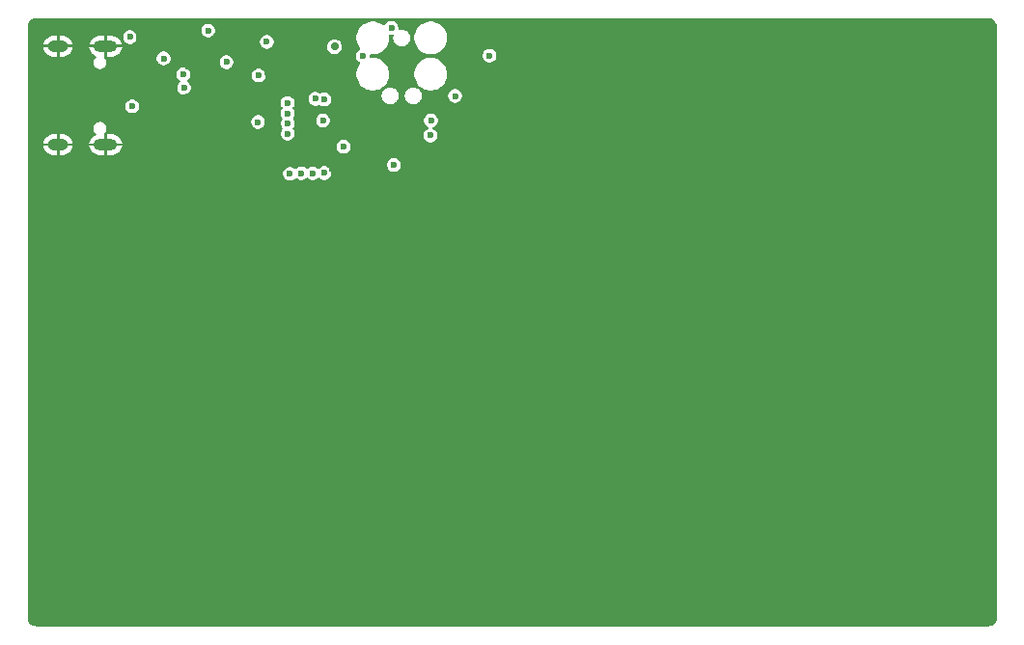
<source format=gbr>
%TF.GenerationSoftware,KiCad,Pcbnew,9.0.3*%
%TF.CreationDate,2025-09-06T00:14:13-07:00*%
%TF.ProjectId,business_card,62757369-6e65-4737-935f-636172642e6b,1.0*%
%TF.SameCoordinates,Original*%
%TF.FileFunction,Copper,L2,Inr*%
%TF.FilePolarity,Positive*%
%FSLAX46Y46*%
G04 Gerber Fmt 4.6, Leading zero omitted, Abs format (unit mm)*
G04 Created by KiCad (PCBNEW 9.0.3) date 2025-09-06 00:14:13*
%MOMM*%
%LPD*%
G01*
G04 APERTURE LIST*
%TA.AperFunction,HeatsinkPad*%
%ADD10O,1.800000X1.000000*%
%TD*%
%TA.AperFunction,HeatsinkPad*%
%ADD11O,2.100000X1.000000*%
%TD*%
%TA.AperFunction,ViaPad*%
%ADD12C,0.600000*%
%TD*%
%TA.AperFunction,ViaPad*%
%ADD13C,0.700000*%
%TD*%
G04 APERTURE END LIST*
D10*
%TO.N,GND*%
%TO.C,J1*%
X178400000Y-79332500D03*
D11*
X182580000Y-79332500D03*
D10*
X178400000Y-70692500D03*
D11*
X182580000Y-70692500D03*
%TD*%
D12*
%TO.N,GND*%
X197075000Y-76227500D03*
X196781800Y-72957245D03*
X201865000Y-73712500D03*
X201165000Y-78962500D03*
D13*
X194500000Y-68725000D03*
X259950000Y-79925000D03*
D12*
X215165000Y-80507500D03*
X189780000Y-76212500D03*
X185515000Y-69907500D03*
X214365000Y-80512500D03*
X184115000Y-71812500D03*
D13*
X256500000Y-69325000D03*
X199550000Y-68725000D03*
D12*
X204350000Y-81852500D03*
D13*
X176450000Y-78975000D03*
D12*
X179465000Y-80712500D03*
D13*
X258850000Y-99425000D03*
D12*
X192082500Y-77050000D03*
D13*
X192850000Y-95425000D03*
X219050000Y-99425000D03*
D12*
X194815000Y-70362500D03*
D13*
X249250000Y-99425000D03*
X214550000Y-99425000D03*
D12*
X189795000Y-75062500D03*
D13*
X234450000Y-69325000D03*
D12*
X211115000Y-79812500D03*
D13*
X236150000Y-99425000D03*
X223350000Y-99425000D03*
X210200000Y-85325000D03*
X186550000Y-85325000D03*
D12*
X198850000Y-69525000D03*
D13*
X259950000Y-69325000D03*
X215250000Y-85325000D03*
X220300000Y-85325000D03*
X181750000Y-99425000D03*
X186650000Y-99425000D03*
D12*
X186365000Y-69312500D03*
X189780000Y-72462500D03*
X213665000Y-77257500D03*
D13*
X176450000Y-85325000D03*
X225350000Y-85325000D03*
X177250000Y-99425000D03*
D12*
X192062500Y-76297078D03*
D13*
X229900000Y-79875000D03*
D12*
X217015000Y-68712500D03*
D13*
X176450000Y-73925000D03*
X259950000Y-73875000D03*
X240500000Y-69325000D03*
D12*
X194050000Y-80725000D03*
D13*
X245900000Y-69325000D03*
D12*
X217065000Y-75762500D03*
D13*
X254350000Y-99425000D03*
D12*
X187000000Y-80925000D03*
X219565000Y-81462500D03*
D13*
X205150000Y-85325000D03*
D12*
X207815000Y-79812500D03*
D13*
X190750000Y-99425000D03*
D12*
X186852500Y-75962500D03*
D13*
X239650000Y-99425000D03*
X198650000Y-95425000D03*
X189950000Y-89425000D03*
X229900000Y-69275000D03*
X231650000Y-99425000D03*
D12*
X193865000Y-71012500D03*
D13*
X229900000Y-85275000D03*
X176450000Y-68875000D03*
X204150000Y-70725000D03*
X251950000Y-69325000D03*
X229900000Y-73825000D03*
D12*
X184691105Y-74331502D03*
D13*
X195250000Y-99425000D03*
D12*
X202467500Y-81410000D03*
D13*
X244150000Y-99425000D03*
X259950000Y-85325000D03*
D12*
X208545000Y-75662500D03*
X192915000Y-74607246D03*
D13*
X205550000Y-99425000D03*
X201150000Y-99425000D03*
D12*
X184165000Y-78212500D03*
X214911601Y-68804820D03*
X204250000Y-80525000D03*
D13*
X227850000Y-99425000D03*
D12*
X179450000Y-69325000D03*
X201350000Y-69625000D03*
%TO.N,+3.3V*%
X203450000Y-79500000D03*
X207865000Y-81112500D03*
X213233450Y-75062500D03*
D13*
X202650000Y-70725000D03*
D12*
X191565000Y-69312500D03*
X184715000Y-69890000D03*
X207645000Y-69062500D03*
X196715000Y-70312500D03*
X211075000Y-78525000D03*
X195948658Y-77348728D03*
X184900000Y-75962500D03*
X216250000Y-71525000D03*
X193184947Y-72092553D03*
%TO.N,BTN_12*%
X198549000Y-75675000D03*
X201750000Y-81825000D03*
%TO.N,BTN_11*%
X200750000Y-81850000D03*
X198545009Y-76603219D03*
%TO.N,BTN_10*%
X198550000Y-77475000D03*
X199750000Y-81850000D03*
%TO.N,BTN_09*%
X198550000Y-78375000D03*
X198750607Y-81891261D03*
%TO.N,USB_D+*%
X189453864Y-74338877D03*
X200966769Y-75309285D03*
%TO.N,USB_D-*%
X201765000Y-75362500D03*
X189388299Y-73160049D03*
%TO.N,I2S_WS*%
X201650000Y-77225000D03*
X211115000Y-77212500D03*
%TO.N,SWD_NRST*%
X187665000Y-71762500D03*
X205153017Y-71558453D03*
X196004919Y-73266394D03*
%TD*%
%TA.AperFunction,Conductor*%
%TO.N,GND*%
G36*
X260054842Y-68225976D02*
G01*
X260176764Y-68237985D01*
X260195794Y-68241770D01*
X260201133Y-68243390D01*
X260308354Y-68275915D01*
X260326285Y-68283342D01*
X260430022Y-68338791D01*
X260446158Y-68349573D01*
X260537083Y-68424193D01*
X260550806Y-68437916D01*
X260625426Y-68528841D01*
X260636208Y-68544977D01*
X260691657Y-68648714D01*
X260699084Y-68666645D01*
X260733228Y-68779203D01*
X260737014Y-68798237D01*
X260749023Y-68920157D01*
X260749500Y-68929861D01*
X260749500Y-120920138D01*
X260749023Y-120929842D01*
X260737014Y-121051762D01*
X260733228Y-121070796D01*
X260699084Y-121183354D01*
X260691657Y-121201285D01*
X260636208Y-121305022D01*
X260625426Y-121321158D01*
X260550806Y-121412083D01*
X260537083Y-121425806D01*
X260446158Y-121500426D01*
X260430022Y-121511208D01*
X260326285Y-121566657D01*
X260308354Y-121574084D01*
X260195796Y-121608228D01*
X260176763Y-121612014D01*
X260070719Y-121622459D01*
X260054841Y-121624023D01*
X260045139Y-121624500D01*
X176454861Y-121624500D01*
X176445157Y-121624023D01*
X176323237Y-121612014D01*
X176304203Y-121608228D01*
X176191645Y-121574084D01*
X176173714Y-121566657D01*
X176069977Y-121511208D01*
X176053841Y-121500426D01*
X175962916Y-121425806D01*
X175949193Y-121412083D01*
X175874573Y-121321158D01*
X175863791Y-121305022D01*
X175808342Y-121201285D01*
X175800915Y-121183354D01*
X175766771Y-121070796D01*
X175762985Y-121051762D01*
X175750977Y-120929842D01*
X175750500Y-120920138D01*
X175750500Y-81812204D01*
X198150107Y-81812204D01*
X198150107Y-81970318D01*
X198191030Y-82123045D01*
X198270087Y-82259977D01*
X198381891Y-82371781D01*
X198518823Y-82450838D01*
X198671550Y-82491761D01*
X198671552Y-82491761D01*
X198829662Y-82491761D01*
X198829664Y-82491761D01*
X198982391Y-82450838D01*
X199119323Y-82371781D01*
X199200932Y-82290171D01*
X199255447Y-82262396D01*
X199315879Y-82271967D01*
X199340934Y-82290170D01*
X199381284Y-82330520D01*
X199518216Y-82409577D01*
X199670943Y-82450500D01*
X199670945Y-82450500D01*
X199829055Y-82450500D01*
X199829057Y-82450500D01*
X199981784Y-82409577D01*
X200118716Y-82330520D01*
X200179998Y-82269237D01*
X200234513Y-82241462D01*
X200294945Y-82251033D01*
X200320000Y-82269236D01*
X200381284Y-82330520D01*
X200518216Y-82409577D01*
X200670943Y-82450500D01*
X200670945Y-82450500D01*
X200829055Y-82450500D01*
X200829057Y-82450500D01*
X200981784Y-82409577D01*
X201118716Y-82330520D01*
X201192497Y-82256738D01*
X201247011Y-82228962D01*
X201307443Y-82238533D01*
X201332502Y-82256739D01*
X201365937Y-82290173D01*
X201381284Y-82305520D01*
X201518216Y-82384577D01*
X201670943Y-82425500D01*
X201670945Y-82425500D01*
X201829055Y-82425500D01*
X201829057Y-82425500D01*
X201981784Y-82384577D01*
X202118716Y-82305520D01*
X202230520Y-82193716D01*
X202309577Y-82056784D01*
X202350500Y-81904057D01*
X202350500Y-81745943D01*
X202309577Y-81593216D01*
X202230520Y-81456284D01*
X202118716Y-81344480D01*
X201981784Y-81265423D01*
X201829057Y-81224500D01*
X201670943Y-81224500D01*
X201518216Y-81265423D01*
X201381284Y-81344480D01*
X201307501Y-81418262D01*
X201252987Y-81446038D01*
X201192555Y-81436467D01*
X201167499Y-81418263D01*
X201118716Y-81369480D01*
X200981784Y-81290423D01*
X200829057Y-81249500D01*
X200670943Y-81249500D01*
X200518216Y-81290423D01*
X200381284Y-81369480D01*
X200320001Y-81430762D01*
X200265487Y-81458538D01*
X200205055Y-81448967D01*
X200179999Y-81430763D01*
X200118716Y-81369480D01*
X199981784Y-81290423D01*
X199829057Y-81249500D01*
X199670943Y-81249500D01*
X199518216Y-81290423D01*
X199381284Y-81369480D01*
X199299674Y-81451089D01*
X199245160Y-81478865D01*
X199184728Y-81469294D01*
X199159672Y-81451090D01*
X199119323Y-81410741D01*
X198982391Y-81331684D01*
X198829664Y-81290761D01*
X198671550Y-81290761D01*
X198518823Y-81331684D01*
X198381891Y-81410741D01*
X198270087Y-81522545D01*
X198191030Y-81659477D01*
X198150107Y-81812204D01*
X175750500Y-81812204D01*
X175750500Y-81033443D01*
X207264500Y-81033443D01*
X207264500Y-81191557D01*
X207305423Y-81344284D01*
X207384480Y-81481216D01*
X207496284Y-81593020D01*
X207633216Y-81672077D01*
X207785943Y-81713000D01*
X207785945Y-81713000D01*
X207944055Y-81713000D01*
X207944057Y-81713000D01*
X208096784Y-81672077D01*
X208233716Y-81593020D01*
X208345520Y-81481216D01*
X208424577Y-81344284D01*
X208465500Y-81191557D01*
X208465500Y-81033443D01*
X208424577Y-80880716D01*
X208345520Y-80743784D01*
X208233716Y-80631980D01*
X208096784Y-80552923D01*
X207944057Y-80512000D01*
X207785943Y-80512000D01*
X207633216Y-80552923D01*
X207496284Y-80631980D01*
X207384480Y-80743784D01*
X207305423Y-80880716D01*
X207264500Y-81033443D01*
X175750500Y-81033443D01*
X175750500Y-79207499D01*
X177107232Y-79207499D01*
X177107233Y-79207500D01*
X177725758Y-79207500D01*
X177720444Y-79216704D01*
X177700000Y-79293004D01*
X177700000Y-79371996D01*
X177720444Y-79448296D01*
X177725758Y-79457500D01*
X177107232Y-79457500D01*
X177134585Y-79595018D01*
X177134586Y-79595021D01*
X177202429Y-79758808D01*
X177300923Y-79906215D01*
X177426284Y-80031576D01*
X177573691Y-80130070D01*
X177737479Y-80197913D01*
X177911355Y-80232499D01*
X177911359Y-80232500D01*
X178274999Y-80232500D01*
X178275000Y-80232499D01*
X178275000Y-79632500D01*
X178525000Y-79632500D01*
X178525000Y-80232499D01*
X178525001Y-80232500D01*
X178888641Y-80232500D01*
X178888644Y-80232499D01*
X179062519Y-80197913D01*
X179062521Y-80197913D01*
X179226308Y-80130070D01*
X179373715Y-80031576D01*
X179499076Y-79906215D01*
X179597570Y-79758808D01*
X179665413Y-79595021D01*
X179665414Y-79595018D01*
X179692768Y-79457500D01*
X179074242Y-79457500D01*
X179079556Y-79448296D01*
X179100000Y-79371996D01*
X179100000Y-79293004D01*
X179079556Y-79216704D01*
X179074242Y-79207500D01*
X179692767Y-79207500D01*
X179692767Y-79207499D01*
X181137232Y-79207499D01*
X181137233Y-79207500D01*
X181755758Y-79207500D01*
X181750444Y-79216704D01*
X181730000Y-79293004D01*
X181730000Y-79371996D01*
X181750444Y-79448296D01*
X181755758Y-79457500D01*
X181137232Y-79457500D01*
X181164585Y-79595018D01*
X181164586Y-79595021D01*
X181232429Y-79758808D01*
X181330923Y-79906215D01*
X181456284Y-80031576D01*
X181603691Y-80130070D01*
X181767479Y-80197913D01*
X181941355Y-80232499D01*
X181941359Y-80232500D01*
X182454999Y-80232500D01*
X182455000Y-80232499D01*
X182455000Y-79632500D01*
X182705000Y-79632500D01*
X182705000Y-80232499D01*
X182705001Y-80232500D01*
X183218641Y-80232500D01*
X183218644Y-80232499D01*
X183392519Y-80197913D01*
X183392521Y-80197913D01*
X183556308Y-80130070D01*
X183703715Y-80031576D01*
X183829076Y-79906215D01*
X183927570Y-79758808D01*
X183995413Y-79595021D01*
X183995414Y-79595018D01*
X184022767Y-79457500D01*
X183404242Y-79457500D01*
X183409556Y-79448296D01*
X183416885Y-79420943D01*
X202849500Y-79420943D01*
X202849500Y-79579057D01*
X202890423Y-79731784D01*
X202969480Y-79868716D01*
X203081284Y-79980520D01*
X203218216Y-80059577D01*
X203370943Y-80100500D01*
X203370945Y-80100500D01*
X203529055Y-80100500D01*
X203529057Y-80100500D01*
X203681784Y-80059577D01*
X203818716Y-79980520D01*
X203930520Y-79868716D01*
X204009577Y-79731784D01*
X204050500Y-79579057D01*
X204050500Y-79420943D01*
X204009577Y-79268216D01*
X203930520Y-79131284D01*
X203818716Y-79019480D01*
X203681784Y-78940423D01*
X203529057Y-78899500D01*
X203370943Y-78899500D01*
X203218216Y-78940423D01*
X203081284Y-79019480D01*
X202969480Y-79131284D01*
X202890423Y-79268216D01*
X202849500Y-79420943D01*
X183416885Y-79420943D01*
X183430000Y-79371996D01*
X183430000Y-79293004D01*
X183409556Y-79216704D01*
X183404242Y-79207500D01*
X184022767Y-79207500D01*
X184022767Y-79207499D01*
X183995414Y-79069981D01*
X183995413Y-79069978D01*
X183927570Y-78906191D01*
X183829076Y-78758784D01*
X183703715Y-78633423D01*
X183556308Y-78534929D01*
X183392520Y-78467086D01*
X183218644Y-78432500D01*
X182705001Y-78432500D01*
X182705000Y-78432501D01*
X182705000Y-79032500D01*
X182455000Y-79032500D01*
X182455000Y-78408970D01*
X182451666Y-78402427D01*
X182461237Y-78341995D01*
X182479440Y-78316939D01*
X182540515Y-78255865D01*
X182540518Y-78255860D01*
X182616279Y-78124639D01*
X182616279Y-78124637D01*
X182616281Y-78124635D01*
X182655500Y-77978266D01*
X182655500Y-77826734D01*
X182616281Y-77680365D01*
X182616279Y-77680362D01*
X182616279Y-77680360D01*
X182540518Y-77549139D01*
X182540516Y-77549137D01*
X182540515Y-77549135D01*
X182433365Y-77441985D01*
X182433362Y-77441983D01*
X182433360Y-77441981D01*
X182302138Y-77366220D01*
X182302140Y-77366220D01*
X182291974Y-77363496D01*
X182155766Y-77327000D01*
X182004234Y-77327000D01*
X181914652Y-77351003D01*
X181857860Y-77366220D01*
X181726639Y-77441981D01*
X181619481Y-77549139D01*
X181543720Y-77680360D01*
X181543719Y-77680365D01*
X181504500Y-77826734D01*
X181504500Y-77978266D01*
X181522242Y-78044480D01*
X181543720Y-78124639D01*
X181619481Y-78255860D01*
X181619483Y-78255862D01*
X181619485Y-78255865D01*
X181707421Y-78343801D01*
X181735197Y-78398316D01*
X181725626Y-78458748D01*
X181682361Y-78502013D01*
X181675302Y-78505267D01*
X181603689Y-78534930D01*
X181456284Y-78633423D01*
X181330923Y-78758784D01*
X181232429Y-78906191D01*
X181164586Y-79069978D01*
X181164585Y-79069981D01*
X181137232Y-79207499D01*
X179692767Y-79207499D01*
X179665414Y-79069981D01*
X179665413Y-79069978D01*
X179597570Y-78906191D01*
X179499076Y-78758784D01*
X179373715Y-78633423D01*
X179226308Y-78534929D01*
X179062520Y-78467086D01*
X178888644Y-78432500D01*
X178525001Y-78432500D01*
X178525000Y-78432501D01*
X178525000Y-79032500D01*
X178275000Y-79032500D01*
X178275000Y-78432501D01*
X178274999Y-78432500D01*
X177911355Y-78432500D01*
X177737480Y-78467086D01*
X177737478Y-78467086D01*
X177573691Y-78534929D01*
X177426284Y-78633423D01*
X177300923Y-78758784D01*
X177202429Y-78906191D01*
X177134586Y-79069978D01*
X177134585Y-79069981D01*
X177107232Y-79207499D01*
X175750500Y-79207499D01*
X175750500Y-77269671D01*
X195348158Y-77269671D01*
X195348158Y-77427785D01*
X195389081Y-77580512D01*
X195468138Y-77717444D01*
X195579942Y-77829248D01*
X195716874Y-77908305D01*
X195869601Y-77949228D01*
X195869603Y-77949228D01*
X196027713Y-77949228D01*
X196027715Y-77949228D01*
X196180442Y-77908305D01*
X196317374Y-77829248D01*
X196429178Y-77717444D01*
X196508235Y-77580512D01*
X196549158Y-77427785D01*
X196549158Y-77269671D01*
X196508235Y-77116944D01*
X196429178Y-76980012D01*
X196317374Y-76868208D01*
X196180442Y-76789151D01*
X196027715Y-76748228D01*
X195869601Y-76748228D01*
X195716874Y-76789151D01*
X195579942Y-76868208D01*
X195468138Y-76980012D01*
X195389081Y-77116944D01*
X195348158Y-77269671D01*
X175750500Y-77269671D01*
X175750500Y-75883443D01*
X184299500Y-75883443D01*
X184299500Y-76041557D01*
X184340423Y-76194284D01*
X184419480Y-76331216D01*
X184531284Y-76443020D01*
X184668216Y-76522077D01*
X184820943Y-76563000D01*
X184820945Y-76563000D01*
X184979055Y-76563000D01*
X184979057Y-76563000D01*
X185124003Y-76524162D01*
X197944509Y-76524162D01*
X197944509Y-76682276D01*
X197985432Y-76835003D01*
X198064489Y-76971935D01*
X198064491Y-76971937D01*
X198064494Y-76971942D01*
X198068440Y-76977085D01*
X198067402Y-76977880D01*
X198092029Y-77026214D01*
X198082458Y-77086646D01*
X198072798Y-77101958D01*
X198069485Y-77106276D01*
X198069480Y-77106283D01*
X198069480Y-77106284D01*
X197990423Y-77243216D01*
X197949500Y-77395943D01*
X197949500Y-77554057D01*
X197990423Y-77706784D01*
X198069480Y-77843716D01*
X198069482Y-77843718D01*
X198080762Y-77854999D01*
X198108538Y-77909516D01*
X198098964Y-77969948D01*
X198080762Y-77995001D01*
X198069482Y-78006281D01*
X198069480Y-78006283D01*
X198069480Y-78006284D01*
X197990423Y-78143216D01*
X197949500Y-78295943D01*
X197949500Y-78454057D01*
X197990423Y-78606784D01*
X198069480Y-78743716D01*
X198181284Y-78855520D01*
X198318216Y-78934577D01*
X198470943Y-78975500D01*
X198470945Y-78975500D01*
X198629055Y-78975500D01*
X198629057Y-78975500D01*
X198781784Y-78934577D01*
X198918716Y-78855520D01*
X199030520Y-78743716D01*
X199109577Y-78606784D01*
X199150500Y-78454057D01*
X199150500Y-78445943D01*
X210474500Y-78445943D01*
X210474500Y-78604057D01*
X210515423Y-78756784D01*
X210594480Y-78893716D01*
X210706284Y-79005520D01*
X210843216Y-79084577D01*
X210995943Y-79125500D01*
X210995945Y-79125500D01*
X211154055Y-79125500D01*
X211154057Y-79125500D01*
X211306784Y-79084577D01*
X211443716Y-79005520D01*
X211555520Y-78893716D01*
X211634577Y-78756784D01*
X211675500Y-78604057D01*
X211675500Y-78445943D01*
X211634577Y-78293216D01*
X211555520Y-78156284D01*
X211443716Y-78044480D01*
X211306784Y-77965423D01*
X211306781Y-77965422D01*
X211301164Y-77962179D01*
X211302058Y-77960630D01*
X211261979Y-77926395D01*
X211247700Y-77866899D01*
X211271118Y-77810373D01*
X211320771Y-77779047D01*
X211346784Y-77772077D01*
X211483716Y-77693020D01*
X211595520Y-77581216D01*
X211674577Y-77444284D01*
X211715500Y-77291557D01*
X211715500Y-77133443D01*
X211674577Y-76980716D01*
X211595520Y-76843784D01*
X211483716Y-76731980D01*
X211346784Y-76652923D01*
X211194057Y-76612000D01*
X211035943Y-76612000D01*
X210883216Y-76652923D01*
X210746284Y-76731980D01*
X210634480Y-76843784D01*
X210555423Y-76980716D01*
X210514500Y-77133443D01*
X210514500Y-77291557D01*
X210555423Y-77444284D01*
X210634480Y-77581216D01*
X210746284Y-77693020D01*
X210883216Y-77772077D01*
X210883218Y-77772077D01*
X210888836Y-77775321D01*
X210887940Y-77776872D01*
X210928014Y-77811094D01*
X210942300Y-77870588D01*
X210918889Y-77927117D01*
X210869230Y-77958452D01*
X210843218Y-77965422D01*
X210843216Y-77965422D01*
X210843216Y-77965423D01*
X210706284Y-78044480D01*
X210594480Y-78156284D01*
X210515423Y-78293216D01*
X210474500Y-78445943D01*
X199150500Y-78445943D01*
X199150500Y-78295943D01*
X199109577Y-78143216D01*
X199030520Y-78006284D01*
X199019237Y-77995001D01*
X198991462Y-77940487D01*
X199001033Y-77880055D01*
X199019236Y-77854999D01*
X199030520Y-77843716D01*
X199109577Y-77706784D01*
X199150500Y-77554057D01*
X199150500Y-77395943D01*
X199109577Y-77243216D01*
X199053417Y-77145943D01*
X201049500Y-77145943D01*
X201049500Y-77304057D01*
X201090423Y-77456784D01*
X201169480Y-77593716D01*
X201281284Y-77705520D01*
X201418216Y-77784577D01*
X201570943Y-77825500D01*
X201570945Y-77825500D01*
X201729055Y-77825500D01*
X201729057Y-77825500D01*
X201881784Y-77784577D01*
X202018716Y-77705520D01*
X202130520Y-77593716D01*
X202209577Y-77456784D01*
X202250500Y-77304057D01*
X202250500Y-77145943D01*
X202209577Y-76993216D01*
X202130520Y-76856284D01*
X202018716Y-76744480D01*
X201881784Y-76665423D01*
X201729057Y-76624500D01*
X201570943Y-76624500D01*
X201418216Y-76665423D01*
X201281284Y-76744480D01*
X201169480Y-76856284D01*
X201090423Y-76993216D01*
X201049500Y-77145943D01*
X199053417Y-77145943D01*
X199030520Y-77106284D01*
X199022507Y-77098271D01*
X199016402Y-77088331D01*
X199011830Y-77069377D01*
X199002979Y-77052004D01*
X199004826Y-77040336D01*
X199002057Y-77028851D01*
X199009499Y-77010830D01*
X199012550Y-76991572D01*
X199022217Y-76976251D01*
X199025526Y-76971938D01*
X199025529Y-76971935D01*
X199104586Y-76835003D01*
X199145509Y-76682276D01*
X199145509Y-76524162D01*
X199104586Y-76371435D01*
X199025529Y-76234503D01*
X199002132Y-76211106D01*
X198974357Y-76156592D01*
X198983928Y-76096160D01*
X199002131Y-76071104D01*
X199029520Y-76043716D01*
X199108577Y-75906784D01*
X199149500Y-75754057D01*
X199149500Y-75595943D01*
X199108577Y-75443216D01*
X199029520Y-75306284D01*
X198953464Y-75230228D01*
X200366269Y-75230228D01*
X200366269Y-75388342D01*
X200407192Y-75541069D01*
X200486249Y-75678001D01*
X200598053Y-75789805D01*
X200734985Y-75868862D01*
X200887712Y-75909785D01*
X200887714Y-75909785D01*
X201045824Y-75909785D01*
X201045826Y-75909785D01*
X201198553Y-75868862D01*
X201274507Y-75825010D01*
X201334351Y-75812289D01*
X201390247Y-75837175D01*
X201393988Y-75840724D01*
X201396284Y-75843020D01*
X201533216Y-75922077D01*
X201685943Y-75963000D01*
X201685945Y-75963000D01*
X201844055Y-75963000D01*
X201844057Y-75963000D01*
X201996784Y-75922077D01*
X202133716Y-75843020D01*
X202245520Y-75731216D01*
X202324577Y-75594284D01*
X202365500Y-75441557D01*
X202365500Y-75283443D01*
X202324577Y-75130716D01*
X202245520Y-74993784D01*
X202220778Y-74969042D01*
X206793200Y-74969042D01*
X206793200Y-75115957D01*
X206821860Y-75260041D01*
X206821860Y-75260043D01*
X206878078Y-75395766D01*
X206878078Y-75395767D01*
X206882860Y-75402923D01*
X206959699Y-75517920D01*
X207063580Y-75621801D01*
X207185731Y-75703420D01*
X207321458Y-75759640D01*
X207465545Y-75788300D01*
X207465547Y-75788300D01*
X207612453Y-75788300D01*
X207612455Y-75788300D01*
X207756542Y-75759640D01*
X207892269Y-75703420D01*
X208014420Y-75621801D01*
X208118301Y-75517920D01*
X208199920Y-75395769D01*
X208256140Y-75260042D01*
X208284800Y-75115955D01*
X208284800Y-74969045D01*
X208284799Y-74969042D01*
X208825200Y-74969042D01*
X208825200Y-75115957D01*
X208853860Y-75260041D01*
X208853860Y-75260043D01*
X208910078Y-75395766D01*
X208910078Y-75395767D01*
X208914860Y-75402923D01*
X208991699Y-75517920D01*
X209095580Y-75621801D01*
X209217731Y-75703420D01*
X209353458Y-75759640D01*
X209497545Y-75788300D01*
X209497547Y-75788300D01*
X209644453Y-75788300D01*
X209644455Y-75788300D01*
X209788542Y-75759640D01*
X209924269Y-75703420D01*
X210046420Y-75621801D01*
X210150301Y-75517920D01*
X210231920Y-75395769D01*
X210288140Y-75260042D01*
X210316800Y-75115955D01*
X210316800Y-74983443D01*
X212632950Y-74983443D01*
X212632950Y-75141557D01*
X212673873Y-75294284D01*
X212752930Y-75431216D01*
X212864734Y-75543020D01*
X213001666Y-75622077D01*
X213154393Y-75663000D01*
X213154395Y-75663000D01*
X213312505Y-75663000D01*
X213312507Y-75663000D01*
X213465234Y-75622077D01*
X213602166Y-75543020D01*
X213713970Y-75431216D01*
X213793027Y-75294284D01*
X213833950Y-75141557D01*
X213833950Y-74983443D01*
X213793027Y-74830716D01*
X213713970Y-74693784D01*
X213602166Y-74581980D01*
X213465234Y-74502923D01*
X213312507Y-74462000D01*
X213154393Y-74462000D01*
X213001666Y-74502923D01*
X212864734Y-74581980D01*
X212752930Y-74693784D01*
X212673873Y-74830716D01*
X212632950Y-74983443D01*
X210316800Y-74983443D01*
X210316800Y-74969045D01*
X210288140Y-74824958D01*
X210239526Y-74707593D01*
X210231921Y-74689233D01*
X210231921Y-74689232D01*
X210211585Y-74658798D01*
X210150301Y-74567080D01*
X210046420Y-74463199D01*
X209924269Y-74381580D01*
X209924268Y-74381579D01*
X209924266Y-74381578D01*
X209788542Y-74325360D01*
X209644457Y-74296700D01*
X209644455Y-74296700D01*
X209497545Y-74296700D01*
X209497542Y-74296700D01*
X209353458Y-74325360D01*
X209353456Y-74325360D01*
X209217733Y-74381578D01*
X209217732Y-74381578D01*
X209095580Y-74463199D01*
X209095576Y-74463202D01*
X208991702Y-74567076D01*
X208991699Y-74567080D01*
X208910078Y-74689232D01*
X208910078Y-74689233D01*
X208853860Y-74824956D01*
X208853860Y-74824958D01*
X208825200Y-74969042D01*
X208284799Y-74969042D01*
X208256140Y-74824958D01*
X208207526Y-74707593D01*
X208199921Y-74689233D01*
X208199921Y-74689232D01*
X208179585Y-74658798D01*
X208118301Y-74567080D01*
X208014420Y-74463199D01*
X207892269Y-74381580D01*
X207892268Y-74381579D01*
X207892266Y-74381578D01*
X207756542Y-74325360D01*
X207612457Y-74296700D01*
X207612455Y-74296700D01*
X207465545Y-74296700D01*
X207465542Y-74296700D01*
X207321458Y-74325360D01*
X207321456Y-74325360D01*
X207185733Y-74381578D01*
X207185732Y-74381578D01*
X207063580Y-74463199D01*
X207063576Y-74463202D01*
X206959702Y-74567076D01*
X206959699Y-74567080D01*
X206878078Y-74689232D01*
X206878078Y-74689233D01*
X206821860Y-74824956D01*
X206821860Y-74824958D01*
X206793200Y-74969042D01*
X202220778Y-74969042D01*
X202133716Y-74881980D01*
X201996784Y-74802923D01*
X201844057Y-74762000D01*
X201685943Y-74762000D01*
X201533216Y-74802923D01*
X201457262Y-74846774D01*
X201397415Y-74859495D01*
X201341520Y-74834608D01*
X201337779Y-74831059D01*
X201335485Y-74828765D01*
X201198553Y-74749708D01*
X201045826Y-74708785D01*
X200887712Y-74708785D01*
X200734985Y-74749708D01*
X200598053Y-74828765D01*
X200486249Y-74940569D01*
X200407192Y-75077501D01*
X200366269Y-75230228D01*
X198953464Y-75230228D01*
X198917716Y-75194480D01*
X198780784Y-75115423D01*
X198628057Y-75074500D01*
X198469943Y-75074500D01*
X198317216Y-75115423D01*
X198180284Y-75194480D01*
X198068480Y-75306284D01*
X197989423Y-75443216D01*
X197948500Y-75595943D01*
X197948500Y-75754057D01*
X197989423Y-75906784D01*
X198068480Y-76043716D01*
X198091875Y-76067111D01*
X198119651Y-76121626D01*
X198110080Y-76182058D01*
X198091876Y-76207114D01*
X198064491Y-76234500D01*
X198064489Y-76234502D01*
X198064489Y-76234503D01*
X197985432Y-76371435D01*
X197944509Y-76524162D01*
X185124003Y-76524162D01*
X185131784Y-76522077D01*
X185268716Y-76443020D01*
X185380520Y-76331216D01*
X185459577Y-76194284D01*
X185500500Y-76041557D01*
X185500500Y-75883443D01*
X185459577Y-75730716D01*
X185380520Y-75593784D01*
X185268716Y-75481980D01*
X185131784Y-75402923D01*
X184979057Y-75362000D01*
X184820943Y-75362000D01*
X184668216Y-75402923D01*
X184531284Y-75481980D01*
X184419480Y-75593784D01*
X184340423Y-75730716D01*
X184299500Y-75883443D01*
X175750500Y-75883443D01*
X175750500Y-73080992D01*
X188787799Y-73080992D01*
X188787799Y-73239106D01*
X188828722Y-73391833D01*
X188907779Y-73528765D01*
X189019583Y-73640569D01*
X189092476Y-73682653D01*
X189133417Y-73728121D01*
X189139813Y-73788971D01*
X189109221Y-73841960D01*
X189092481Y-73854123D01*
X189085149Y-73858356D01*
X189085148Y-73858357D01*
X188973344Y-73970161D01*
X188894287Y-74107093D01*
X188853364Y-74259820D01*
X188853364Y-74417934D01*
X188894287Y-74570661D01*
X188973344Y-74707593D01*
X189085148Y-74819397D01*
X189222080Y-74898454D01*
X189374807Y-74939377D01*
X189374809Y-74939377D01*
X189532919Y-74939377D01*
X189532921Y-74939377D01*
X189685648Y-74898454D01*
X189822580Y-74819397D01*
X189934384Y-74707593D01*
X190013441Y-74570661D01*
X190054364Y-74417934D01*
X190054364Y-74259820D01*
X190013441Y-74107093D01*
X189934384Y-73970161D01*
X189822580Y-73858357D01*
X189749684Y-73816270D01*
X189708745Y-73770803D01*
X189702349Y-73709953D01*
X189732942Y-73656965D01*
X189749684Y-73644801D01*
X189757015Y-73640569D01*
X189868819Y-73528765D01*
X189947876Y-73391833D01*
X189988799Y-73239106D01*
X189988799Y-73187337D01*
X195404419Y-73187337D01*
X195404419Y-73345451D01*
X195445342Y-73498178D01*
X195524399Y-73635110D01*
X195636203Y-73746914D01*
X195773135Y-73825971D01*
X195925862Y-73866894D01*
X195925864Y-73866894D01*
X196083974Y-73866894D01*
X196083976Y-73866894D01*
X196236703Y-73825971D01*
X196373635Y-73746914D01*
X196485439Y-73635110D01*
X196564496Y-73498178D01*
X196605419Y-73345451D01*
X196605419Y-73187337D01*
X196564496Y-73034610D01*
X196485439Y-72897678D01*
X196373635Y-72785874D01*
X196236703Y-72706817D01*
X196083976Y-72665894D01*
X195925862Y-72665894D01*
X195773135Y-72706817D01*
X195636203Y-72785874D01*
X195524399Y-72897678D01*
X195445342Y-73034610D01*
X195404419Y-73187337D01*
X189988799Y-73187337D01*
X189988799Y-73080992D01*
X189947876Y-72928265D01*
X189868819Y-72791333D01*
X189757015Y-72679529D01*
X189620083Y-72600472D01*
X189467356Y-72559549D01*
X189309242Y-72559549D01*
X189156515Y-72600472D01*
X189019583Y-72679529D01*
X188907779Y-72791333D01*
X188828722Y-72928265D01*
X188787799Y-73080992D01*
X175750500Y-73080992D01*
X175750500Y-70567499D01*
X177107232Y-70567499D01*
X177107233Y-70567500D01*
X177725758Y-70567500D01*
X177720444Y-70576704D01*
X177700000Y-70653004D01*
X177700000Y-70731996D01*
X177720444Y-70808296D01*
X177725758Y-70817500D01*
X177107232Y-70817500D01*
X177134585Y-70955018D01*
X177134586Y-70955021D01*
X177202429Y-71118808D01*
X177300923Y-71266215D01*
X177426284Y-71391576D01*
X177573691Y-71490070D01*
X177737479Y-71557913D01*
X177911355Y-71592499D01*
X177911359Y-71592500D01*
X178274999Y-71592500D01*
X178275000Y-71592499D01*
X178275000Y-70992500D01*
X178525000Y-70992500D01*
X178525000Y-71592499D01*
X178525001Y-71592500D01*
X178888641Y-71592500D01*
X178888644Y-71592499D01*
X179062519Y-71557913D01*
X179062521Y-71557913D01*
X179226308Y-71490070D01*
X179373715Y-71391576D01*
X179499076Y-71266215D01*
X179597570Y-71118808D01*
X179665413Y-70955021D01*
X179665414Y-70955018D01*
X179692768Y-70817500D01*
X179074242Y-70817500D01*
X179079556Y-70808296D01*
X179100000Y-70731996D01*
X179100000Y-70653004D01*
X179079556Y-70576704D01*
X179074242Y-70567500D01*
X179692767Y-70567500D01*
X179692767Y-70567499D01*
X181137232Y-70567499D01*
X181137233Y-70567500D01*
X181755758Y-70567500D01*
X181750444Y-70576704D01*
X181730000Y-70653004D01*
X181730000Y-70731996D01*
X181750444Y-70808296D01*
X181755758Y-70817500D01*
X181137232Y-70817500D01*
X181164585Y-70955018D01*
X181164586Y-70955021D01*
X181232429Y-71118808D01*
X181330923Y-71266215D01*
X181456284Y-71391576D01*
X181603690Y-71490070D01*
X181675301Y-71519732D01*
X181721827Y-71559468D01*
X181736111Y-71618963D01*
X181712697Y-71675491D01*
X181707420Y-71681199D01*
X181619485Y-71769134D01*
X181619481Y-71769139D01*
X181543720Y-71900360D01*
X181536537Y-71927168D01*
X181504500Y-72046734D01*
X181504500Y-72198266D01*
X181516492Y-72243020D01*
X181543720Y-72344639D01*
X181619481Y-72475860D01*
X181619483Y-72475862D01*
X181619485Y-72475865D01*
X181726635Y-72583015D01*
X181726637Y-72583016D01*
X181726639Y-72583018D01*
X181857861Y-72658779D01*
X181857859Y-72658779D01*
X181857863Y-72658780D01*
X181857865Y-72658781D01*
X182004234Y-72698000D01*
X182004236Y-72698000D01*
X182155764Y-72698000D01*
X182155766Y-72698000D01*
X182302135Y-72658781D01*
X182302137Y-72658779D01*
X182302139Y-72658779D01*
X182433360Y-72583018D01*
X182433360Y-72583017D01*
X182433365Y-72583015D01*
X182540515Y-72475865D01*
X182616281Y-72344635D01*
X182655500Y-72198266D01*
X182655500Y-72046734D01*
X182616281Y-71900365D01*
X182616279Y-71900362D01*
X182616279Y-71900360D01*
X182540518Y-71769139D01*
X182540516Y-71769137D01*
X182540515Y-71769135D01*
X182479441Y-71708061D01*
X182466898Y-71683443D01*
X187064500Y-71683443D01*
X187064500Y-71841557D01*
X187105423Y-71994284D01*
X187184480Y-72131216D01*
X187296284Y-72243020D01*
X187433216Y-72322077D01*
X187585943Y-72363000D01*
X187585945Y-72363000D01*
X187744055Y-72363000D01*
X187744057Y-72363000D01*
X187896784Y-72322077D01*
X188033716Y-72243020D01*
X188145520Y-72131216D01*
X188213485Y-72013496D01*
X192584447Y-72013496D01*
X192584447Y-72171610D01*
X192625370Y-72324337D01*
X192704427Y-72461269D01*
X192816231Y-72573073D01*
X192953163Y-72652130D01*
X193105890Y-72693053D01*
X193105892Y-72693053D01*
X193264002Y-72693053D01*
X193264004Y-72693053D01*
X193416731Y-72652130D01*
X193553663Y-72573073D01*
X193665467Y-72461269D01*
X193744524Y-72324337D01*
X193785447Y-72171610D01*
X193785447Y-72013496D01*
X193744524Y-71860769D01*
X193665467Y-71723837D01*
X193553663Y-71612033D01*
X193416731Y-71532976D01*
X193264004Y-71492053D01*
X193105890Y-71492053D01*
X192953163Y-71532976D01*
X192816231Y-71612033D01*
X192704427Y-71723837D01*
X192625370Y-71860769D01*
X192584447Y-72013496D01*
X188213485Y-72013496D01*
X188224577Y-71994284D01*
X188265500Y-71841557D01*
X188265500Y-71683443D01*
X188224577Y-71530716D01*
X188194948Y-71479396D01*
X204552517Y-71479396D01*
X204552517Y-71637510D01*
X204593440Y-71790237D01*
X204672497Y-71927169D01*
X204784301Y-72038973D01*
X204866206Y-72086260D01*
X204907146Y-72131729D01*
X204913542Y-72192579D01*
X204896798Y-72230187D01*
X204785153Y-72383851D01*
X204682400Y-72585518D01*
X204612456Y-72800783D01*
X204577050Y-73024328D01*
X204577050Y-73250671D01*
X204612456Y-73474216D01*
X204682400Y-73689481D01*
X204768445Y-73858356D01*
X204785155Y-73891150D01*
X204918193Y-74074261D01*
X205078239Y-74234307D01*
X205261350Y-74367345D01*
X205463019Y-74470100D01*
X205678279Y-74540042D01*
X205678280Y-74540042D01*
X205678283Y-74540043D01*
X205901828Y-74575450D01*
X205901831Y-74575450D01*
X206128172Y-74575450D01*
X206351716Y-74540043D01*
X206351717Y-74540042D01*
X206351721Y-74540042D01*
X206566981Y-74470100D01*
X206768650Y-74367345D01*
X206951761Y-74234307D01*
X207111807Y-74074261D01*
X207244845Y-73891150D01*
X207347600Y-73689481D01*
X207417542Y-73474221D01*
X207417543Y-73474216D01*
X207452950Y-73250671D01*
X207452950Y-73024328D01*
X209657050Y-73024328D01*
X209657050Y-73250671D01*
X209692456Y-73474216D01*
X209762400Y-73689481D01*
X209848445Y-73858356D01*
X209865155Y-73891150D01*
X209998193Y-74074261D01*
X210158239Y-74234307D01*
X210341350Y-74367345D01*
X210543019Y-74470100D01*
X210758279Y-74540042D01*
X210758280Y-74540042D01*
X210758283Y-74540043D01*
X210981828Y-74575450D01*
X210981831Y-74575450D01*
X211208172Y-74575450D01*
X211431716Y-74540043D01*
X211431717Y-74540042D01*
X211431721Y-74540042D01*
X211646981Y-74470100D01*
X211848650Y-74367345D01*
X212031761Y-74234307D01*
X212191807Y-74074261D01*
X212324845Y-73891150D01*
X212427600Y-73689481D01*
X212497542Y-73474221D01*
X212497543Y-73474216D01*
X212532950Y-73250671D01*
X212532950Y-73024328D01*
X212497543Y-72800783D01*
X212464147Y-72698000D01*
X212427600Y-72585519D01*
X212324845Y-72383850D01*
X212191807Y-72200739D01*
X212031761Y-72040693D01*
X211848650Y-71907655D01*
X211848649Y-71907654D01*
X211848647Y-71907653D01*
X211646981Y-71804900D01*
X211431716Y-71734956D01*
X211208172Y-71699550D01*
X211208169Y-71699550D01*
X210981831Y-71699550D01*
X210981828Y-71699550D01*
X210758283Y-71734956D01*
X210543018Y-71804900D01*
X210341352Y-71907653D01*
X210158240Y-72040692D01*
X209998192Y-72200740D01*
X209865153Y-72383852D01*
X209762400Y-72585518D01*
X209692456Y-72800783D01*
X209657050Y-73024328D01*
X207452950Y-73024328D01*
X207417543Y-72800783D01*
X207384147Y-72698000D01*
X207347600Y-72585519D01*
X207244845Y-72383850D01*
X207111807Y-72200739D01*
X206951761Y-72040693D01*
X206768650Y-71907655D01*
X206768649Y-71907654D01*
X206768647Y-71907653D01*
X206566981Y-71804900D01*
X206351716Y-71734956D01*
X206128172Y-71699550D01*
X206128169Y-71699550D01*
X205901831Y-71699550D01*
X205901828Y-71699550D01*
X205868004Y-71704907D01*
X205845112Y-71701281D01*
X205821924Y-71701281D01*
X205815459Y-71696584D01*
X205807572Y-71695335D01*
X205791182Y-71678945D01*
X205772424Y-71665317D01*
X205769955Y-71657719D01*
X205764307Y-71652071D01*
X205753517Y-71607126D01*
X205753517Y-71492873D01*
X205768765Y-71445943D01*
X215649500Y-71445943D01*
X215649500Y-71604057D01*
X215690423Y-71756784D01*
X215769480Y-71893716D01*
X215881284Y-72005520D01*
X216018216Y-72084577D01*
X216170943Y-72125500D01*
X216170945Y-72125500D01*
X216329055Y-72125500D01*
X216329057Y-72125500D01*
X216481784Y-72084577D01*
X216618716Y-72005520D01*
X216730520Y-71893716D01*
X216809577Y-71756784D01*
X216850500Y-71604057D01*
X216850500Y-71445943D01*
X216809577Y-71293216D01*
X216730520Y-71156284D01*
X216618716Y-71044480D01*
X216481784Y-70965423D01*
X216329057Y-70924500D01*
X216170943Y-70924500D01*
X216018216Y-70965423D01*
X215881284Y-71044480D01*
X215769480Y-71156284D01*
X215690423Y-71293216D01*
X215649500Y-71445943D01*
X205768765Y-71445943D01*
X205772424Y-71434682D01*
X205821924Y-71398718D01*
X205868004Y-71395092D01*
X205890896Y-71398718D01*
X205901830Y-71400450D01*
X205901831Y-71400450D01*
X206128172Y-71400450D01*
X206351716Y-71365043D01*
X206351717Y-71365042D01*
X206351721Y-71365042D01*
X206566981Y-71295100D01*
X206768650Y-71192345D01*
X206951761Y-71059307D01*
X207111807Y-70899261D01*
X207244845Y-70716150D01*
X207347600Y-70514481D01*
X207417542Y-70299221D01*
X207423958Y-70258714D01*
X207452950Y-70075671D01*
X207452950Y-69849329D01*
X207440970Y-69773694D01*
X207450541Y-69713262D01*
X207493805Y-69669997D01*
X207540473Y-69659221D01*
X207552628Y-69659432D01*
X207565943Y-69663000D01*
X207724057Y-69663000D01*
X207726107Y-69662450D01*
X207735332Y-69662611D01*
X207757637Y-69670290D01*
X207780832Y-69674584D01*
X207786037Y-69680067D01*
X207793185Y-69682528D01*
X207806713Y-69701847D01*
X207822958Y-69718958D01*
X207823946Y-69726454D01*
X207828282Y-69732646D01*
X207827871Y-69756226D01*
X207830956Y-69779618D01*
X207830708Y-69780909D01*
X207809200Y-69889040D01*
X207809200Y-70035957D01*
X207825675Y-70118784D01*
X207837345Y-70177455D01*
X207837860Y-70180041D01*
X207837860Y-70180043D01*
X207894078Y-70315766D01*
X207894078Y-70315767D01*
X207930663Y-70370519D01*
X207975699Y-70437920D01*
X208079580Y-70541801D01*
X208201731Y-70623420D01*
X208337458Y-70679640D01*
X208481545Y-70708300D01*
X208481547Y-70708300D01*
X208628453Y-70708300D01*
X208628455Y-70708300D01*
X208772542Y-70679640D01*
X208908269Y-70623420D01*
X209030420Y-70541801D01*
X209134301Y-70437920D01*
X209215920Y-70315769D01*
X209272140Y-70180042D01*
X209300800Y-70035955D01*
X209300800Y-69889045D01*
X209300799Y-69889038D01*
X209295969Y-69864753D01*
X209292901Y-69849328D01*
X209657050Y-69849328D01*
X209657050Y-70075671D01*
X209692456Y-70299216D01*
X209762400Y-70514481D01*
X209861154Y-70708299D01*
X209865155Y-70716150D01*
X209998193Y-70899261D01*
X210158239Y-71059307D01*
X210341350Y-71192345D01*
X210543019Y-71295100D01*
X210758279Y-71365042D01*
X210758280Y-71365042D01*
X210758283Y-71365043D01*
X210981828Y-71400450D01*
X210981831Y-71400450D01*
X211208172Y-71400450D01*
X211431716Y-71365043D01*
X211431717Y-71365042D01*
X211431721Y-71365042D01*
X211646981Y-71295100D01*
X211848650Y-71192345D01*
X212031761Y-71059307D01*
X212191807Y-70899261D01*
X212324845Y-70716150D01*
X212427600Y-70514481D01*
X212497542Y-70299221D01*
X212503958Y-70258714D01*
X212532950Y-70075671D01*
X212532950Y-69849328D01*
X212497543Y-69625783D01*
X212497542Y-69625779D01*
X212427600Y-69410519D01*
X212324845Y-69208850D01*
X212191807Y-69025739D01*
X212031761Y-68865693D01*
X211848650Y-68732655D01*
X211848649Y-68732654D01*
X211848647Y-68732653D01*
X211646981Y-68629900D01*
X211431716Y-68559956D01*
X211208172Y-68524550D01*
X211208169Y-68524550D01*
X210981831Y-68524550D01*
X210981828Y-68524550D01*
X210758283Y-68559956D01*
X210543018Y-68629900D01*
X210341352Y-68732653D01*
X210158240Y-68865692D01*
X209998192Y-69025740D01*
X209865153Y-69208852D01*
X209762400Y-69410518D01*
X209692456Y-69625783D01*
X209657050Y-69849328D01*
X209292901Y-69849328D01*
X209281700Y-69793020D01*
X209272140Y-69744958D01*
X209222776Y-69625783D01*
X209215921Y-69609233D01*
X209215921Y-69609232D01*
X209195585Y-69578798D01*
X209134301Y-69487080D01*
X209030420Y-69383199D01*
X208908269Y-69301580D01*
X208908268Y-69301579D01*
X208908266Y-69301578D01*
X208772542Y-69245360D01*
X208628457Y-69216700D01*
X208628455Y-69216700D01*
X208481545Y-69216700D01*
X208481540Y-69216700D01*
X208363813Y-69240117D01*
X208303052Y-69232925D01*
X208258122Y-69191392D01*
X208245500Y-69143019D01*
X208245500Y-68983444D01*
X208234873Y-68943784D01*
X208204577Y-68830716D01*
X208125520Y-68693784D01*
X208013716Y-68581980D01*
X207876784Y-68502923D01*
X207724057Y-68462000D01*
X207565943Y-68462000D01*
X207413216Y-68502923D01*
X207276284Y-68581980D01*
X207164478Y-68693786D01*
X207086672Y-68828550D01*
X207041203Y-68869491D01*
X206980352Y-68875887D01*
X206942746Y-68859143D01*
X206768650Y-68732655D01*
X206768649Y-68732654D01*
X206768647Y-68732653D01*
X206566981Y-68629900D01*
X206351716Y-68559956D01*
X206128172Y-68524550D01*
X206128169Y-68524550D01*
X205901831Y-68524550D01*
X205901828Y-68524550D01*
X205678283Y-68559956D01*
X205463018Y-68629900D01*
X205261352Y-68732653D01*
X205078240Y-68865692D01*
X204918192Y-69025740D01*
X204785153Y-69208852D01*
X204682400Y-69410518D01*
X204612456Y-69625783D01*
X204577050Y-69849328D01*
X204577050Y-70075671D01*
X204612456Y-70299216D01*
X204682400Y-70514481D01*
X204781154Y-70708299D01*
X204785155Y-70716150D01*
X204905451Y-70881724D01*
X204924358Y-70939913D01*
X204905451Y-70998104D01*
X204874859Y-71025649D01*
X204784302Y-71077932D01*
X204784301Y-71077933D01*
X204672497Y-71189737D01*
X204593440Y-71326669D01*
X204552517Y-71479396D01*
X188194948Y-71479396D01*
X188145520Y-71393784D01*
X188033716Y-71281980D01*
X187896784Y-71202923D01*
X187744057Y-71162000D01*
X187585943Y-71162000D01*
X187433216Y-71202923D01*
X187296284Y-71281980D01*
X187184480Y-71393784D01*
X187105423Y-71530716D01*
X187064500Y-71683443D01*
X182466898Y-71683443D01*
X182451666Y-71653547D01*
X182455000Y-71632495D01*
X182455000Y-70992500D01*
X182705000Y-70992500D01*
X182705000Y-71592499D01*
X182705001Y-71592500D01*
X183218641Y-71592500D01*
X183218644Y-71592499D01*
X183282209Y-71579856D01*
X183392519Y-71557913D01*
X183392521Y-71557913D01*
X183556308Y-71490070D01*
X183703715Y-71391576D01*
X183829076Y-71266215D01*
X183927570Y-71118808D01*
X183995413Y-70955021D01*
X183995414Y-70955018D01*
X184022768Y-70817500D01*
X183404242Y-70817500D01*
X183409556Y-70808296D01*
X183430000Y-70731996D01*
X183430000Y-70653004D01*
X183409556Y-70576704D01*
X183404242Y-70567500D01*
X184022767Y-70567500D01*
X184022767Y-70567499D01*
X183995414Y-70429981D01*
X183995413Y-70429978D01*
X183927570Y-70266191D01*
X183829076Y-70118784D01*
X183703715Y-69993423D01*
X183556309Y-69894929D01*
X183392520Y-69827086D01*
X183311363Y-69810943D01*
X184114500Y-69810943D01*
X184114500Y-69969057D01*
X184155423Y-70121784D01*
X184234480Y-70258716D01*
X184346284Y-70370520D01*
X184483216Y-70449577D01*
X184635943Y-70490500D01*
X184635945Y-70490500D01*
X184794055Y-70490500D01*
X184794057Y-70490500D01*
X184946784Y-70449577D01*
X185083716Y-70370520D01*
X185195520Y-70258716D01*
X185210111Y-70233443D01*
X196114500Y-70233443D01*
X196114500Y-70391557D01*
X196155423Y-70544284D01*
X196234480Y-70681216D01*
X196346284Y-70793020D01*
X196483216Y-70872077D01*
X196635943Y-70913000D01*
X196635945Y-70913000D01*
X196794055Y-70913000D01*
X196794057Y-70913000D01*
X196946784Y-70872077D01*
X197083716Y-70793020D01*
X197195520Y-70681216D01*
X197207231Y-70660931D01*
X201999500Y-70660931D01*
X201999500Y-70789069D01*
X202021419Y-70899261D01*
X202024499Y-70914742D01*
X202024500Y-70914747D01*
X202073534Y-71033125D01*
X202073538Y-71033133D01*
X202103473Y-71077933D01*
X202144724Y-71139669D01*
X202235331Y-71230276D01*
X202289118Y-71266215D01*
X202341866Y-71301461D01*
X202341870Y-71301463D01*
X202341873Y-71301465D01*
X202460256Y-71350501D01*
X202585931Y-71375500D01*
X202585932Y-71375500D01*
X202714068Y-71375500D01*
X202714069Y-71375500D01*
X202839744Y-71350501D01*
X202958127Y-71301465D01*
X203064669Y-71230276D01*
X203155276Y-71139669D01*
X203226465Y-71033127D01*
X203275501Y-70914744D01*
X203300500Y-70789069D01*
X203300500Y-70660931D01*
X203275501Y-70535256D01*
X203226465Y-70416873D01*
X203226463Y-70416870D01*
X203226461Y-70416866D01*
X203195492Y-70370519D01*
X203155276Y-70310331D01*
X203064669Y-70219724D01*
X203022226Y-70191365D01*
X202958133Y-70148538D01*
X202958125Y-70148534D01*
X202839747Y-70099500D01*
X202839745Y-70099499D01*
X202839744Y-70099499D01*
X202714069Y-70074500D01*
X202585931Y-70074500D01*
X202585930Y-70074500D01*
X202523093Y-70086999D01*
X202460256Y-70099499D01*
X202460255Y-70099499D01*
X202460252Y-70099500D01*
X202341874Y-70148534D01*
X202341866Y-70148538D01*
X202235331Y-70219724D01*
X202235327Y-70219727D01*
X202144727Y-70310327D01*
X202144724Y-70310331D01*
X202073538Y-70416866D01*
X202073534Y-70416874D01*
X202024500Y-70535252D01*
X202024499Y-70535255D01*
X202024499Y-70535256D01*
X201999500Y-70660931D01*
X197207231Y-70660931D01*
X197274577Y-70544284D01*
X197315500Y-70391557D01*
X197315500Y-70233443D01*
X197274577Y-70080716D01*
X197195520Y-69943784D01*
X197083716Y-69831980D01*
X196946784Y-69752923D01*
X196794057Y-69712000D01*
X196635943Y-69712000D01*
X196483216Y-69752923D01*
X196346284Y-69831980D01*
X196234480Y-69943784D01*
X196155423Y-70080716D01*
X196114500Y-70233443D01*
X185210111Y-70233443D01*
X185274577Y-70121784D01*
X185315500Y-69969057D01*
X185315500Y-69810943D01*
X185274577Y-69658216D01*
X185195520Y-69521284D01*
X185083716Y-69409480D01*
X184946784Y-69330423D01*
X184794057Y-69289500D01*
X184635943Y-69289500D01*
X184483216Y-69330423D01*
X184346284Y-69409480D01*
X184234480Y-69521284D01*
X184155423Y-69658216D01*
X184114500Y-69810943D01*
X183311363Y-69810943D01*
X183218644Y-69792500D01*
X182705001Y-69792500D01*
X182705000Y-69792501D01*
X182705000Y-70392500D01*
X182455000Y-70392500D01*
X182455000Y-69792501D01*
X182454999Y-69792500D01*
X181941355Y-69792500D01*
X181767480Y-69827086D01*
X181767478Y-69827086D01*
X181603691Y-69894929D01*
X181456284Y-69993423D01*
X181330923Y-70118784D01*
X181232429Y-70266191D01*
X181164586Y-70429978D01*
X181164585Y-70429981D01*
X181137232Y-70567499D01*
X179692767Y-70567499D01*
X179665414Y-70429981D01*
X179665413Y-70429978D01*
X179597570Y-70266191D01*
X179499076Y-70118784D01*
X179373715Y-69993423D01*
X179226308Y-69894929D01*
X179062520Y-69827086D01*
X178888644Y-69792500D01*
X178525001Y-69792500D01*
X178525000Y-69792501D01*
X178525000Y-70392500D01*
X178275000Y-70392500D01*
X178275000Y-69792501D01*
X178274999Y-69792500D01*
X177911355Y-69792500D01*
X177737480Y-69827086D01*
X177737478Y-69827086D01*
X177573691Y-69894929D01*
X177426284Y-69993423D01*
X177300923Y-70118784D01*
X177202429Y-70266191D01*
X177134586Y-70429978D01*
X177134585Y-70429981D01*
X177107232Y-70567499D01*
X175750500Y-70567499D01*
X175750500Y-69233443D01*
X190964500Y-69233443D01*
X190964500Y-69391557D01*
X191005423Y-69544284D01*
X191084480Y-69681216D01*
X191196284Y-69793020D01*
X191333216Y-69872077D01*
X191485943Y-69913000D01*
X191485945Y-69913000D01*
X191644055Y-69913000D01*
X191644057Y-69913000D01*
X191796784Y-69872077D01*
X191933716Y-69793020D01*
X192045520Y-69681216D01*
X192124577Y-69544284D01*
X192165500Y-69391557D01*
X192165500Y-69233443D01*
X192124577Y-69080716D01*
X192045520Y-68943784D01*
X191933716Y-68831980D01*
X191796784Y-68752923D01*
X191644057Y-68712000D01*
X191485943Y-68712000D01*
X191333216Y-68752923D01*
X191196284Y-68831980D01*
X191084480Y-68943784D01*
X191005423Y-69080716D01*
X190964500Y-69233443D01*
X175750500Y-69233443D01*
X175750500Y-68929861D01*
X175750977Y-68920157D01*
X175759786Y-68830716D01*
X175762985Y-68798233D01*
X175766771Y-68779203D01*
X175780892Y-68732655D01*
X175800915Y-68666643D01*
X175808342Y-68648714D01*
X175818399Y-68629900D01*
X175863792Y-68544975D01*
X175874573Y-68528841D01*
X175878095Y-68524550D01*
X175949196Y-68437912D01*
X175962912Y-68424196D01*
X176053842Y-68349571D01*
X176069977Y-68338791D01*
X176173716Y-68283340D01*
X176191643Y-68275915D01*
X176304207Y-68241770D01*
X176323233Y-68237985D01*
X176445157Y-68225976D01*
X176454861Y-68225500D01*
X176497595Y-68225500D01*
X260002405Y-68225500D01*
X260045139Y-68225500D01*
X260054842Y-68225976D01*
G37*
%TD.AperFunction*%
%TD*%
M02*

</source>
